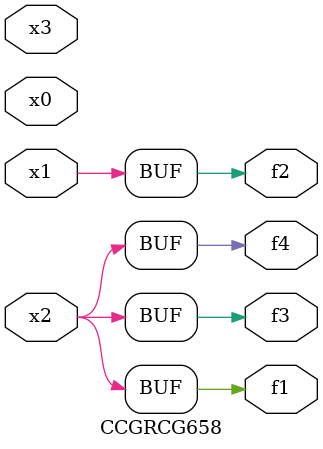
<source format=v>
module CCGRCG658(
	input x0, x1, x2, x3,
	output f1, f2, f3, f4
);
	assign f1 = x2;
	assign f2 = x1;
	assign f3 = x2;
	assign f4 = x2;
endmodule

</source>
